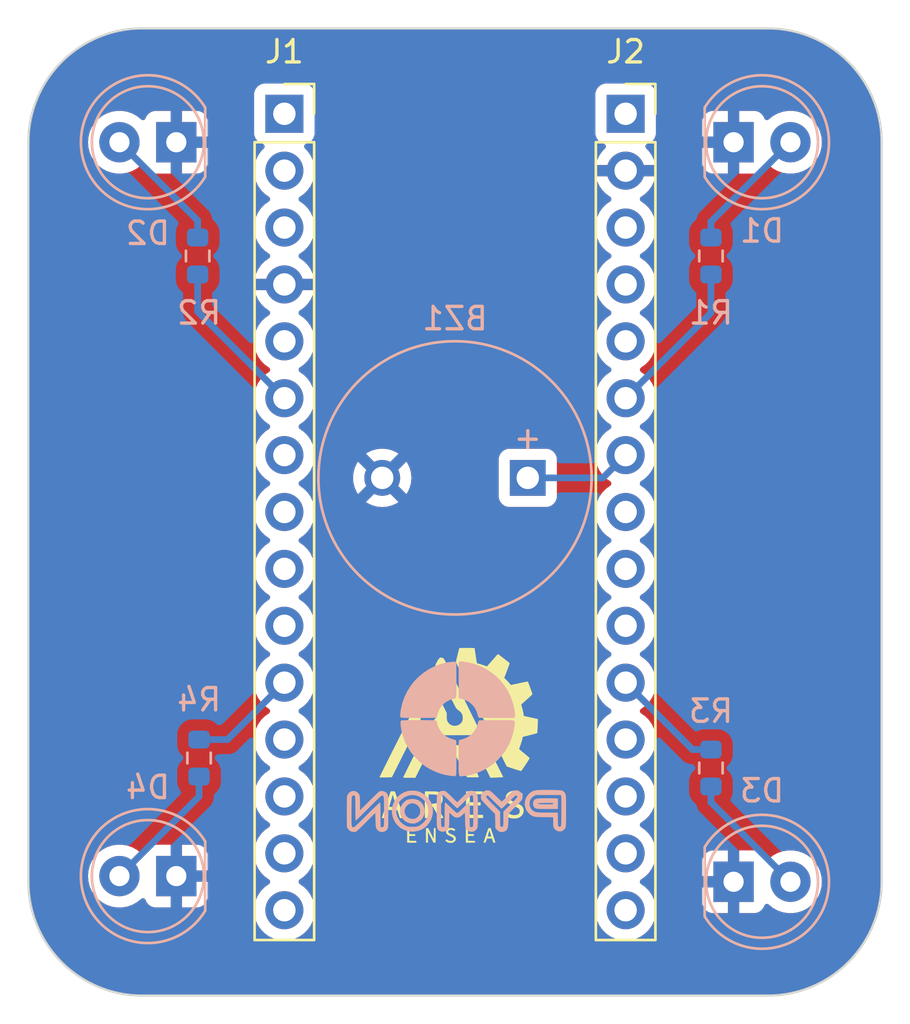
<source format=kicad_pcb>
(kicad_pcb (version 20221018) (generator pcbnew)
  (layers (0 "F.Cu" signal) (31 "B.Cu" signal) (34 "B.Paste" user) (35 "F.Paste" user) (36 "B.SilkS" user "B.Silkscreen") (37 "F.SilkS" user "F.Silkscreen") (38 "B.Mask" user) (39 "F.Mask" user) (44 "Edge.Cuts" user))
  (net 0 "")
  (net 1 "/Buzzer")
  (net 2 "GND")
  (net 3 "Net-(D1-A)")
  (net 4 "Net-(D2-A)")
  (net 5 "Net-(D3-A)")
  (net 6 "Net-(D4-A)")
  (net 10 "/Red_LED")
  (net 11 "/Yellow_LED")
  (net 12 "/Green_LED")
  (net 13 "/Blue_LED")
  (footprint "LOGO" (layer "F.Cu") (at 134.62 114.808)
    (fp_text reference "G***" hide)
    (fp_text value "LOGO" hide)
  )
  (footprint "Connector_PinSocket_2.54mm:PinSocket_1x15_P2.54mm_Vertical" (layer "F.Cu") (at 142.24 86.36)
    (fp_text reference "J2" (at 0 -2.77) (layer "F.SilkS"))
    (fp_text value "Conn_01x15_Socket")
    (pad "1" thru_hole rect (at 0 0) (size 1.7 1.7) (drill 1) (layers "*.Cu" "*.Mask"))
    (pad "2" thru_hole oval (at 0 2.54) (size 1.7 1.7) (drill 1) (layers "*.Cu" "*.Mask") (net 2 "GND"))
    (pad "3" thru_hole oval (at 0 5.08) (size 1.7 1.7) (drill 1) (layers "*.Cu" "*.Mask"))
    (pad "4" thru_hole oval (at 0 7.62) (size 1.7 1.7) (drill 1) (layers "*.Cu" "*.Mask"))
    (pad "5" thru_hole oval (at 0 10.16) (size 1.7 1.7) (drill 1) (layers "*.Cu" "*.Mask"))
    (pad "6" thru_hole oval (at 0 12.7) (size 1.7 1.7) (drill 1) (layers "*.Cu" "*.Mask") (net 10 "/Red_LED"))
    (pad "7" thru_hole oval (at 0 15.24) (size 1.7 1.7) (drill 1) (layers "*.Cu" "*.Mask") (net 1 "/Buzzer"))
    (pad "8" thru_hole oval (at 0 17.78) (size 1.7 1.7) (drill 1) (layers "*.Cu" "*.Mask"))
    (pad "9" thru_hole oval (at 0 20.32) (size 1.7 1.7) (drill 1) (layers "*.Cu" "*.Mask"))
    (pad "10" thru_hole oval (at 0 22.86) (size 1.7 1.7) (drill 1) (layers "*.Cu" "*.Mask"))
    (pad "11" thru_hole oval (at 0 25.4) (size 1.7 1.7) (drill 1) (layers "*.Cu" "*.Mask") (net 12 "/Green_LED"))
    (pad "12" thru_hole oval (at 0 27.94) (size 1.7 1.7) (drill 1) (layers "*.Cu" "*.Mask"))
    (pad "13" thru_hole oval (at 0 30.48) (size 1.7 1.7) (drill 1) (layers "*.Cu" "*.Mask"))
    (pad "14" thru_hole oval (at 0 33.02) (size 1.7 1.7) (drill 1) (layers "*.Cu" "*.Mask"))
    (pad "15" thru_hole oval (at 0 35.56) (size 1.7 1.7) (drill 1) (layers "*.Cu" "*.Mask"))
  )
  (footprint "Connector_PinSocket_2.54mm:PinSocket_1x15_P2.54mm_Vertical" (layer "F.Cu") (at 127 86.36)
    (fp_text reference "J1" (at 0 -2.77) (layer "F.SilkS"))
    (fp_text value "Conn_01x15_Socket")
    (pad "1" thru_hole rect (at 0 0) (size 1.7 1.7) (drill 1) (layers "*.Cu" "*.Mask"))
    (pad "2" thru_hole oval (at 0 2.54) (size 1.7 1.7) (drill 1) (layers "*.Cu" "*.Mask"))
    (pad "3" thru_hole oval (at 0 5.08) (size 1.7 1.7) (drill 1) (layers "*.Cu" "*.Mask"))
    (pad "4" thru_hole oval (at 0 7.62) (size 1.7 1.7) (drill 1) (layers "*.Cu" "*.Mask") (net 2 "GND"))
    (pad "5" thru_hole oval (at 0 10.16) (size 1.7 1.7) (drill 1) (layers "*.Cu" "*.Mask"))
    (pad "6" thru_hole oval (at 0 12.7) (size 1.7 1.7) (drill 1) (layers "*.Cu" "*.Mask") (net 11 "/Yellow_LED"))
    (pad "7" thru_hole oval (at 0 15.24) (size 1.7 1.7) (drill 1) (layers "*.Cu" "*.Mask"))
    (pad "8" thru_hole oval (at 0 17.78) (size 1.7 1.7) (drill 1) (layers "*.Cu" "*.Mask"))
    (pad "9" thru_hole oval (at 0 20.32) (size 1.7 1.7) (drill 1) (layers "*.Cu" "*.Mask"))
    (pad "10" thru_hole oval (at 0 22.86) (size 1.7 1.7) (drill 1) (layers "*.Cu" "*.Mask"))
    (pad "11" thru_hole oval (at 0 25.4) (size 1.7 1.7) (drill 1) (layers "*.Cu" "*.Mask") (net 13 "/Blue_LED"))
    (pad "12" thru_hole oval (at 0 27.94) (size 1.7 1.7) (drill 1) (layers "*.Cu" "*.Mask"))
    (pad "13" thru_hole oval (at 0 30.48) (size 1.7 1.7) (drill 1) (layers "*.Cu" "*.Mask"))
    (pad "14" thru_hole oval (at 0 33.02) (size 1.7 1.7) (drill 1) (layers "*.Cu" "*.Mask"))
    (pad "15" thru_hole oval (at 0 35.56) (size 1.7 1.7) (drill 1) (layers "*.Cu" "*.Mask"))
  )
  (footprint "LOGO" (layer "B.Cu") (at 134.62 114.808 180)
    (fp_text reference "G***" hide)
    (fp_text value "LOGO" hide)
  )
  (footprint "LED_THT:LED_D5.0mm_Clear" (layer "B.Cu") (at 147.061 120.65)
    (fp_text reference "D3" (at 1.27 -4.064) (layer "B.SilkS") (effects (justify mirror)))
    (fp_text value "LED")
    (pad "1" thru_hole rect (at 0 0) (size 1.8 1.8) (drill 0.9) (layers "*.Cu" "*.Mask") (net 2 "GND"))
    (pad "2" thru_hole circle (at 2.54 0) (size 1.8 1.8) (drill 0.9) (layers "*.Cu" "*.Mask") (net 5 "Net-(D3-A)"))
  )
  (footprint "Resistor_SMD:R_0603_1608Metric" (layer "B.Cu") (at 123.19 115.125 -90)
    (fp_text reference "R4" (at -2.603 0) (layer "B.SilkS") (effects (justify mirror)))
    (fp_text value "R")
    (pad "1" smd roundrect (at -0.825 0 270) (size 0.8 0.95) (layers "B.Cu" "B.Paste" "B.Mask") (net 13 "/Blue_LED"))
    (pad "2" smd roundrect (at 0.825 0 270) (size 0.8 0.95) (layers "B.Cu" "B.Paste" "B.Mask") (net 6 "Net-(D4-A)"))
  )
  (footprint "Resistor_SMD:R_0603_1608Metric" (layer "B.Cu") (at 123.127 92.71 90)
    (fp_text reference "R2" (at -2.54 0.063) (layer "B.SilkS") (effects (justify mirror)))
    (fp_text value "R")
    (pad "1" smd roundrect (at -0.825 0 90) (size 0.8 0.95) (layers "B.Cu" "B.Paste" "B.Mask") (net 11 "/Yellow_LED"))
    (pad "2" smd roundrect (at 0.825 0 90) (size 0.8 0.95) (layers "B.Cu" "B.Paste" "B.Mask") (net 4 "Net-(D2-A)"))
  )
  (footprint "LED_THT:LED_D5.0mm_Clear" (layer "B.Cu") (at 122.174 120.396 180)
    (fp_text reference "D4" (at 1.27 3.96) (layer "B.SilkS") (effects (justify mirror)))
    (fp_text value "LED")
    (pad "1" thru_hole rect (at 0 0 180) (size 1.8 1.8) (drill 0.9) (layers "*.Cu" "*.Mask") (net 2 "GND"))
    (pad "2" thru_hole circle (at 2.54 0 180) (size 1.8 1.8) (drill 0.9) (layers "*.Cu" "*.Mask") (net 6 "Net-(D4-A)"))
  )
  (footprint "Buzzer_Beeper:MagneticBuzzer_ProSignal_ABT-410-RC" (layer "B.Cu") (at 137.87 102.616 180)
    (fp_text reference "BZ1" (at 3.25 7.112) (layer "B.SilkS") (effects (justify mirror)))
    (fp_text value "Buzzer")
    (fp_text user "+" (at 0 1.8) (layer "B.SilkS") (effects (justify mirror)))
    (pad "1" thru_hole rect (at 0 0 180) (size 1.6 1.6) (drill 1) (layers "*.Cu" "*.Mask") (net 1 "/Buzzer"))
    (pad "2" thru_hole circle (at 6.5 0 180) (size 1.6 1.6) (drill 1) (layers "*.Cu" "*.Mask") (net 2 "GND"))
  )
  (footprint "LED_THT:LED_D5.0mm_Clear" (layer "B.Cu") (at 122.174 87.63 180)
    (fp_text reference "D2" (at 1.27 -4.064) (layer "B.SilkS") (effects (justify mirror)))
    (fp_text value "LED")
    (pad "1" thru_hole rect (at 0 0 180) (size 1.8 1.8) (drill 0.9) (layers "*.Cu" "*.Mask") (net 2 "GND"))
    (pad "2" thru_hole circle (at 2.54 0 180) (size 1.8 1.8) (drill 0.9) (layers "*.Cu" "*.Mask") (net 4 "Net-(D2-A)"))
  )
  (footprint "Resistor_SMD:R_0603_1608Metric" (layer "B.Cu") (at 146.05 92.71 90)
    (fp_text reference "R1" (at -2.54 0 180) (layer "B.SilkS") (effects (justify mirror)))
    (fp_text value "R")
    (pad "1" smd roundrect (at -0.825 0 90) (size 0.8 0.95) (layers "B.Cu" "B.Paste" "B.Mask") (net 10 "/Red_LED"))
    (pad "2" smd roundrect (at 0.825 0 90) (size 0.8 0.95) (layers "B.Cu" "B.Paste" "B.Mask") (net 3 "Net-(D1-A)"))
  )
  (footprint "Resistor_SMD:R_0603_1608Metric" (layer "B.Cu") (at 146.05 115.57 -90)
    (fp_text reference "R3" (at -2.54 0 -180) (layer "B.SilkS") (effects (justify mirror)))
    (fp_text value "R")
    (pad "1" smd roundrect (at -0.825 0 270) (size 0.8 0.95) (layers "B.Cu" "B.Paste" "B.Mask") (net 12 "/Green_LED"))
    (pad "2" smd roundrect (at 0.825 0 270) (size 0.8 0.95) (layers "B.Cu" "B.Paste" "B.Mask") (net 5 "Net-(D3-A)"))
  )
  (footprint "LED_THT:LED_D5.0mm_Clear" (layer "B.Cu") (at 147.061 87.63)
    (fp_text reference "D1" (at 1.27 3.96) (layer "B.SilkS") (effects (justify mirror)))
    (fp_text value "LED")
    (pad "1" thru_hole rect (at 0 0) (size 1.8 1.8) (drill 0.9) (layers "*.Cu" "*.Mask") (net 2 "GND"))
    (pad "2" thru_hole circle (at 2.54 0) (size 1.8 1.8) (drill 0.9) (layers "*.Cu" "*.Mask") (net 3 "Net-(D1-A)"))
  )
  (gr_line (start 120.65 125.73) (end 148.59 125.73) (stroke (width 0.1)) (layer "Edge.Cuts"))
  (gr_line (start 115.57 120.65) (end 115.57 87.63) (stroke (width 0.1)) (layer "Edge.Cuts"))
  (gr_arc (start 120.65 125.73) (mid 117.057898 124.242102) (end 115.57 120.65) (stroke (width 0.1)) (layer "Edge.Cuts"))
  (gr_line (start 153.67 87.63) (end 153.67 120.65) (stroke (width 0.1)) (layer "Edge.Cuts"))
  (gr_arc (start 148.59 82.55) (mid 152.182102 84.037898) (end 153.67 87.63) (stroke (width 0.1)) (layer "Edge.Cuts"))
  (gr_line (start 120.65 82.55) (end 148.59 82.55) (stroke (width 0.1)) (layer "Edge.Cuts"))
  (gr_arc (start 115.57 87.63) (mid 117.057898 84.037898) (end 120.65 82.55) (stroke (width 0.1)) (layer "Edge.Cuts"))
  (gr_arc (start 153.67 120.65) (mid 152.182102 124.242102) (end 148.59 125.73) (stroke (width 0.1)) (layer "Edge.Cuts"))
  (gr_text "O.THIONGANE" (at 129.59 122.18) (layer "F.Cu") (effects (font (size 1 1)) (justify left bottom)))
  (segment (start 141.224 102.616) (end 137.87 102.616) (width 0.3) (layer "B.Cu") (net 1))
  (segment (start 142.24 101.6) (end 141.224 102.616) (width 0.3) (layer "B.Cu") (net 1))
  (segment (start 146.05 91.885) (end 146.05 91.181) (width 0.3) (layer "B.Cu") (net 3))
  (segment (start 146.05 91.181) (end 149.601 87.63) (width 0.3) (layer "B.Cu") (net 3))
  (segment (start 123.127 91.885) (end 123.127 91.123) (width 0.3) (layer "B.Cu") (net 4))
  (segment (start 123.127 91.123) (end 119.634 87.63) (width 0.3) (layer "B.Cu") (net 4))
  (segment (start 146.05 117.099) (end 149.601 120.65) (width 0.3) (layer "B.Cu") (net 5))
  (segment (start 146.05 116.395) (end 146.05 117.099) (width 0.3) (layer "B.Cu") (net 5))
  (segment (start 123.19 116.84) (end 119.634 120.396) (width 0.3) (layer "B.Cu") (net 6))
  (segment (start 123.19 115.95) (end 123.19 116.84) (width 0.3) (layer "B.Cu") (net 6))
  (segment (start 142.24 99.06) (end 146.05 95.25) (width 0.3) (layer "B.Cu") (net 10))
  (segment (start 146.05 95.25) (end 146.05 93.535) (width 0.3) (layer "B.Cu") (net 10))
  (segment (start 127 99.06) (end 123.127 95.187) (width 0.3) (layer "B.Cu") (net 11))
  (segment (start 123.127 95.187) (end 123.127 93.535) (width 0.3) (layer "B.Cu") (net 11))
  (segment (start 145.225 114.745) (end 142.24 111.76) (width 0.3) (layer "B.Cu") (net 12))
  (segment (start 146.05 114.745) (end 145.225 114.745) (width 0.3) (layer "B.Cu") (net 12))
  (segment (start 124.46 114.3) (end 127 111.76) (width 0.3) (layer "B.Cu") (net 13))
  (segment (start 123.19 114.3) (end 124.46 114.3) (width 0.3) (layer "B.Cu") (net 13))
  (zone (net 2) (net_name "GND") (layers "F&B.Cu") (connect_pads (clearance 0.5)) (min_thickness 0.25) (fill yes (thermal_gap 0.5) (thermal_bridge_width 0.5))
    (polygon (pts (xy 114.3 81.28) (xy 154.94 81.28) (xy 154.94 127) (xy 114.3 127)))
  )
)
</source>
